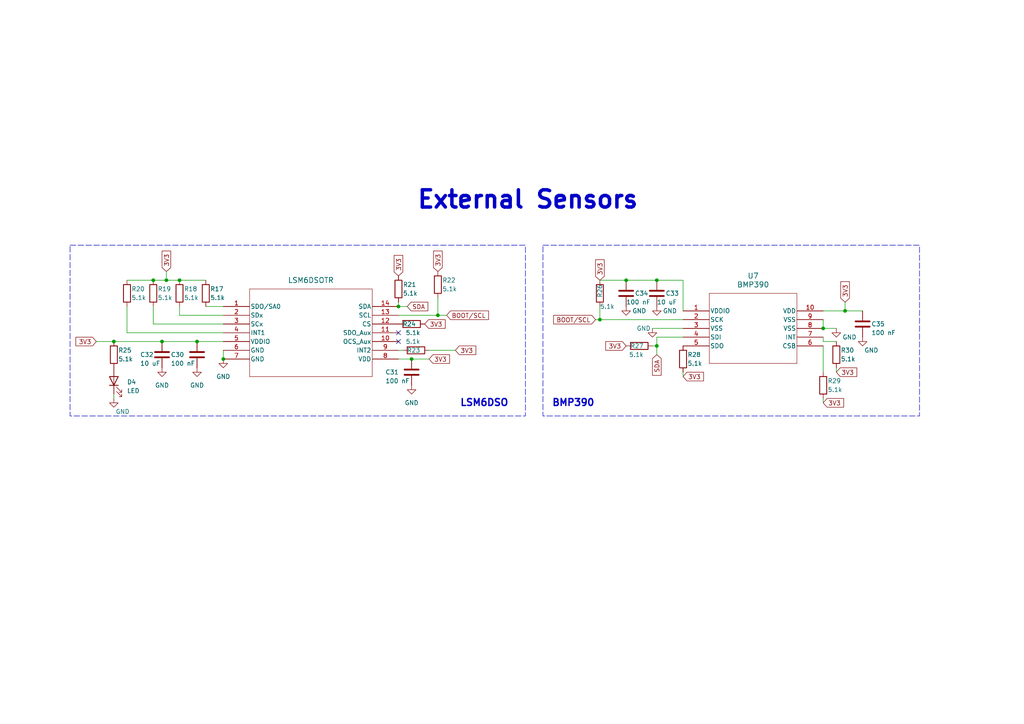
<source format=kicad_sch>
(kicad_sch (version 20230121) (generator eeschema)
  (paper "A4")
  (lib_symbols
    (symbol "BMP390_Symbol_Library:BMP390" (pin_names (offset 0.254))
      (property "Reference" "U" (at 20.32 10.16 0))
      (property "Value" "BMP390" (at 20.32 7.62 0))
      (symbol "BMP390_0_1"
        (polyline (pts (xy 7.62 -15.24) (xy 33.02 -15.24)) (stroke (width 0.127)))
        (polyline (pts (xy 7.62 5.08) (xy 7.62 -15.24)) (stroke (width 0.127)))
        (polyline (pts (xy 33.02 -15.24) (xy 33.02 5.08)) (stroke (width 0.127)))
        (polyline (pts (xy 33.02 5.08) (xy 7.62 5.08)) (stroke (width 0.127)))
        (pin power_in line (at 0 0 0) (length 7.62) (name "VDDIO") (number "1"))
        (pin power_in line (at 40.64 0 180) (length 7.62) (name "VDD") (number "10"))
        (pin input line (at 0 -2.54 0) (length 7.62) (name "SCK") (number "2"))
        (pin power_out line (at 0 -5.08 0) (length 7.62) (name "VSS") (number "3"))
        (pin bidirectional line (at 0 -7.62 0) (length 7.62) (name "SDI") (number "4"))
        (pin bidirectional line (at 0 -10.16 0) (length 7.62) (name "SDO") (number "5"))
        (pin input line (at 40.64 -10.16 180) (length 7.62) (name "CSB") (number "6"))
        (pin input line (at 40.64 -7.62 180) (length 7.62) (name "INT") (number "7"))
        (pin power_out line (at 40.64 -5.08 180) (length 7.62) (name "VSS") (number "8"))
        (pin power_out line (at 40.64 -2.54 180) (length 7.62) (name "VSS") (number "9"))
      )
    )
    (symbol "BMP390_Symbol_Library:LSM6DSOTR" (pin_names (offset 0.254))
      (property "Value" "LSM6DSOTR" (at 26.67 6.35 0))
      (symbol "LSM6DSOTR_0_1"
        (polyline (pts (xy 7.62 -20.32) (xy 43.18 -20.32)) (stroke (width 0.127)))
        (polyline (pts (xy 7.62 5.08) (xy 7.62 -20.32)) (stroke (width 0.127)))
        (polyline (pts (xy 43.18 -20.32) (xy 43.18 5.08)) (stroke (width 0.127)))
        (polyline (pts (xy 43.18 5.08) (xy 7.62 5.08)) (stroke (width 0.127)))
        (pin bidirectional line (at 0 0 0) (length 7.62) (name "SDO/SA0") (number "1"))
        (pin bidirectional line (at 50.8 -10.16 180) (length 7.62) (name "OCS_Aux") (number "10"))
        (pin bidirectional line (at 50.8 -7.62 180) (length 7.62) (name "SDO_Aux") (number "11"))
        (pin input line (at 50.8 -5.08 180) (length 7.62) (name "CS") (number "12"))
        (pin input line (at 50.8 -2.54 180) (length 7.62) (name "SCL") (number "13"))
        (pin bidirectional line (at 50.8 0 180) (length 7.62) (name "SDA") (number "14"))
        (pin bidirectional line (at 0 -2.54 0) (length 7.62) (name "SDx") (number "2"))
        (pin bidirectional line (at 0 -5.08 0) (length 7.62) (name "SCx") (number "3"))
        (pin output line (at 0 -7.62 0) (length 7.62) (name "INT1") (number "4"))
        (pin power_in line (at 0 -10.16 0) (length 7.62) (name "VDDIO") (number "5"))
        (pin power_out line (at 0 -12.7 0) (length 7.62) (name "GND") (number "6"))
        (pin power_out line (at 0 -15.24 0) (length 7.62) (name "GND") (number "7"))
        (pin power_in line (at 50.8 -15.24 180) (length 7.62) (name "VDD") (number "8"))
        (pin output line (at 50.8 -12.7 180) (length 7.62) (name "INT2") (number "9"))
      )
    )
    (symbol "Device:C" (pin_numbers hide) (pin_names (offset 0.254))
      (property "Reference" "C" (at 0.635 2.54 0))
      (property "Value" "C" (at 0.635 -2.54 0))
      (symbol "C_0_1"
        (polyline (pts (xy -2.032 -0.762) (xy 2.032 -0.762)) (stroke (width 0.508)))
        (polyline (pts (xy -2.032 0.762) (xy 2.032 0.762)) (stroke (width 0.508)))
      )
      (symbol "C_1_1"
        (pin passive line (at 0 3.81 270) (length 2.794) (name "~") (number "1"))
        (pin passive line (at 0 -3.81 90) (length 2.794) (name "~") (number "2"))
      )
    )
    (symbol "Device:LED" (pin_numbers hide) (pin_names (offset 1.016) hide)
      (property "Reference" "D" (at 0 2.54 0))
      (property "Value" "LED" (at 0 -2.54 0))
      (symbol "LED_0_1"
        (polyline (pts (xy -1.27 -1.27) (xy -1.27 1.27)) (stroke (width 0.254)))
        (polyline (pts (xy -1.27 0) (xy 1.27 0)))
        (polyline (pts (xy 1.27 -1.27) (xy 1.27 1.27) (xy -1.27 0) (xy 1.27 -1.27)) (stroke (width 0.254)))
        (polyline (pts (xy -3.048 -0.762) (xy -4.572 -2.286) (xy -3.81 -2.286) (xy -4.572 -2.286) (xy -4.572 -1.524)))
        (polyline (pts (xy -1.778 -0.762) (xy -3.302 -2.286) (xy -2.54 -2.286) (xy -3.302 -2.286) (xy -3.302 -1.524)))
      )
      (symbol "LED_1_1"
        (pin passive line (at -3.81 0 0) (length 2.54) (name "K") (number "1"))
        (pin passive line (at 3.81 0 180) (length 2.54) (name "A") (number "2"))
      )
    )
    (symbol "Device:R" (pin_numbers hide) (pin_names (offset 0))
      (property "Reference" "R" (at 2.032 0 90))
      (property "Value" "R" (at 0 0 90))
      (symbol "R_0_1"
        (rectangle (start -1.016 -2.54) (end 1.016 2.54) (stroke (width 0.254)))
      )
      (symbol "R_1_1"
        (pin passive line (at 0 3.81 270) (length 1.27) (name "~") (number "1"))
        (pin passive line (at 0 -3.81 90) (length 1.27) (name "~") (number "2"))
      )
    )
    (symbol "power:GND" (power) (pin_names (offset 0))
      (property "Value" "GND" (at 0 -3.81 0))
      (symbol "GND_0_1"
        (polyline (pts (xy 0 0) (xy 0 -1.27) (xy 1.27 -1.27) (xy 0 -2.54) (xy -1.27 -1.27) (xy 0 -1.27)))
      )
      (symbol "GND_1_1"
        (pin power_in line (at 0 0 270) (length 0) hide (name "GND") (number "1"))
      )
    )
  )
  (junction (at 48.26 81.28))
  (junction (at 46.99 99.06))
  (junction (at 44.45 81.28))
  (junction (at 33.02 99.06))
  (junction (at 119.38 104.14))
  (junction (at 64.77 104.14))
  (junction (at 238.76 95.25))
  (junction (at 57.15 99.06))
  (junction (at 127 91.44))
  (junction (at 190.5 81.28))
  (junction (at 173.99 92.71))
  (junction (at 52.07 81.28))
  (junction (at 190.5 100.33))
  (junction (at 245.11 90.17))
  (junction (at 181.61 81.28))
  (junction (at 115.57 88.9))
  (no_connect (at 115.57 96.52))
  (no_connect (at 115.57 99.06))
  (wire (pts (xy 198.12 90.17) (xy 198.12 81.28)))
  (wire (pts (xy 238.76 100.33) (xy 238.76 107.95)))
  (wire (pts (xy 238.76 92.71) (xy 238.76 95.25)))
  (wire (pts (xy 173.99 81.28) (xy 181.61 81.28)))
  (wire (pts (xy 115.57 87.63) (xy 115.57 88.9)))
  (wire (pts (xy 48.26 81.28) (xy 52.07 81.28)))
  (wire (pts (xy 64.77 96.52) (xy 36.83 96.52)))
  (wire (pts (xy 245.11 87.63) (xy 245.11 90.17)))
  (wire (pts (xy 190.5 81.28) (xy 198.12 81.28)))
  (wire (pts (xy 57.15 99.06) (xy 64.77 99.06)))
  (wire (pts (xy 238.76 99.06) (xy 238.76 97.79)))
  (wire (pts (xy 46.99 99.06) (xy 57.15 99.06)))
  (wire (pts (xy 64.77 91.44) (xy 52.07 91.44)))
  (wire (pts (xy 119.38 104.14) (xy 124.46 104.14)))
  (wire (pts (xy 172.72 92.71) (xy 173.99 92.71)))
  (wire (pts (xy 198.12 97.79) (xy 190.5 97.79)))
  (wire (pts (xy 173.99 88.9) (xy 173.99 92.71)))
  (wire (pts (xy 52.07 81.28) (xy 59.69 81.28)))
  (wire (pts (xy 198.12 107.95) (xy 198.12 109.22)))
  (wire (pts (xy 124.46 101.6) (xy 132.08 101.6)))
  (wire (pts (xy 36.83 81.28) (xy 44.45 81.28)))
  (wire (pts (xy 44.45 81.28) (xy 48.26 81.28)))
  (wire (pts (xy 238.76 90.17) (xy 245.11 90.17)))
  (wire (pts (xy 115.57 91.44) (xy 127 91.44)))
  (wire (pts (xy 242.57 99.06) (xy 238.76 99.06)))
  (wire (pts (xy 173.99 92.71) (xy 198.12 92.71)))
  (wire (pts (xy 189.23 95.25) (xy 198.12 95.25)))
  (wire (pts (xy 64.77 101.6) (xy 64.77 104.14)))
  (wire (pts (xy 33.02 99.06) (xy 46.99 99.06)))
  (wire (pts (xy 33.02 115.57) (xy 33.02 114.3)))
  (wire (pts (xy 242.57 95.25) (xy 238.76 95.25)))
  (wire (pts (xy 44.45 93.98) (xy 44.45 88.9)))
  (wire (pts (xy 190.5 97.79) (xy 190.5 100.33)))
  (wire (pts (xy 242.57 106.68) (xy 242.57 107.95)))
  (wire (pts (xy 115.57 101.6) (xy 116.84 101.6)))
  (wire (pts (xy 181.61 81.28) (xy 190.5 81.28)))
  (wire (pts (xy 64.77 93.98) (xy 44.45 93.98)))
  (wire (pts (xy 245.11 90.17) (xy 250.19 90.17)))
  (wire (pts (xy 64.77 88.9) (xy 59.69 88.9)))
  (wire (pts (xy 127 91.44) (xy 127 86.36)))
  (wire (pts (xy 115.57 104.14) (xy 119.38 104.14)))
  (wire (pts (xy 36.83 96.52) (xy 36.83 88.9)))
  (wire (pts (xy 27.94 99.06) (xy 33.02 99.06)))
  (wire (pts (xy 48.26 78.74) (xy 48.26 81.28)))
  (wire (pts (xy 190.5 100.33) (xy 190.5 102.87)))
  (wire (pts (xy 115.57 88.9) (xy 118.11 88.9)))
  (wire (pts (xy 127 91.44) (xy 129.54 91.44)))
  (wire (pts (xy 238.76 115.57) (xy 238.76 116.84)))
  (wire (pts (xy 190.5 100.33) (xy 189.23 100.33)))
  (wire (pts (xy 52.07 91.44) (xy 52.07 88.9)))
  (rectangle (start 20.32 71.12) (end 152.4 120.65) (stroke (width 0) (type dash)))
  (rectangle (start 157.48 71.12) (end 266.7 120.65) (stroke (width 0) (type dash)))
  (text "BMP390" (at 160.02 118.11 0) (effects (font (size 2 2) (thickness 0.4) bold) (justify left bottom)))
  (text "LSM6DSO\n" (at 133.35 118.11 0) (effects (font (size 2 2) (thickness 0.4) bold) (justify left bottom)))
  (text "External Sensors" (at 120.65 60.96 0) (effects (font (size 5 5) bold) (justify left bottom)))
  (global_label "3V3" (shape input) (at 27.94 99.06 180) (property "Intersheetrefs" "${INTERSHEET_REFS}" (effects hide)))
  (global_label "3V3" (shape input) (at 242.57 107.95 0) (property "Intersheetrefs" "${INTERSHEET_REFS}" (effects hide)))
  (global_label "SDA" (shape input) (at 190.5 102.87 270) (property "Intersheetrefs" "${INTERSHEET_REFS}" (effects hide)))
  (global_label "3V3" (shape input) (at 198.12 109.22 0) (property "Intersheetrefs" "${INTERSHEET_REFS}" (effects hide)))
  (global_label "3V3" (shape input) (at 173.99 81.28 90) (property "Intersheetrefs" "${INTERSHEET_REFS}" (effects hide)))
  (global_label "SDA" (shape input) (at 118.11 88.9 0) (property "Intersheetrefs" "${INTERSHEET_REFS}" (effects hide)))
  (global_label "3V3" (shape input) (at 115.57 80.01 90) (property "Intersheetrefs" "${INTERSHEET_REFS}" (effects hide)))
  (global_label "3V3" (shape input) (at 123.19 93.98 0) (property "Intersheetrefs" "${INTERSHEET_REFS}" (effects hide)))
  (global_label "3V3" (shape input) (at 48.26 78.74 90) (property "Intersheetrefs" "${INTERSHEET_REFS}" (effects hide)))
  (global_label "3V3" (shape input) (at 181.61 100.33 180) (property "Intersheetrefs" "${INTERSHEET_REFS}" (effects hide)))
  (global_label "3V3" (shape input) (at 127 78.74 90) (property "Intersheetrefs" "${INTERSHEET_REFS}" (effects hide)))
  (global_label "3V3" (shape input) (at 132.08 101.6 0) (property "Intersheetrefs" "${INTERSHEET_REFS}" (effects hide)))
  (global_label "BOOT{slash}SCL" (shape input) (at 172.72 92.71 180) (property "Intersheetrefs" "${INTERSHEET_REFS}" (effects hide)))
  (global_label "3V3" (shape input) (at 124.46 104.14 0) (property "Intersheetrefs" "${INTERSHEET_REFS}" (effects hide)))
  (global_label "3V3" (shape input) (at 245.11 87.63 90) (property "Intersheetrefs" "${INTERSHEET_REFS}" (effects hide)))
  (global_label "3V3" (shape input) (at 238.76 116.84 0) (property "Intersheetrefs" "${INTERSHEET_REFS}" (effects hide)))
  (global_label "BOOT{slash}SCL" (shape input) (at 129.54 91.44 0) (property "Intersheetrefs" "${INTERSHEET_REFS}" (effects hide)))
  (symbol (lib_id "BMP390_Symbol_Library:BMP390") (at 198.12 90.17 0) (unit 1)
    (property "Reference" "U7" (at 218.44 80.01 0) (effects (font (size 1.524 1.524))))
    (property "Value" "BMP390" (at 218.44 82.55 0) (effects (font (size 1.524 1.524))))
    (property "Footprint" "BMP390_Library:BMP390" (effects hide))
    (property "Datasheet" "BMP390" (effects hide))
  )
  (symbol (lib_id "Device:R") (at 33.02 102.87 0) (unit 1)
    (property "Reference" "R25" (at 34.29 101.6 0) (effects (justify left)))
    (property "Value" "5.1k" (at 34.29 104.14 0) (effects (justify left)))
    (property "Footprint" "Resistor_SMD:R_0603_1608Metric_Pad0.98x0.95mm_HandSolder" (effects hide))
  )
  (symbol (lib_id "Device:R") (at 119.38 93.98 90) (unit 1)
    (property "Reference" "R24" (at 120.65 93.98 90) (effects (justify left)))
    (property "Value" "5.1k" (at 121.92 96.52 90) (effects (justify left)))
    (property "Footprint" "Resistor_SMD:R_0603_1608Metric_Pad0.98x0.95mm_HandSolder" (effects hide))
  )
  (symbol (lib_id "Device:R") (at 238.76 111.76 0) (unit 1)
    (property "Reference" "R29" (at 240.03 110.49 0) (effects (justify left)))
    (property "Value" "5.1k" (at 240.03 113.03 0) (effects (justify left)))
    (property "Footprint" "Resistor_SMD:R_0603_1608Metric_Pad0.98x0.95mm_HandSolder" (effects hide))
  )
  (symbol (lib_id "Device:R") (at 115.57 83.82 0) (unit 1)
    (property "Reference" "R21" (at 116.84 82.55 0) (effects (justify left)))
    (property "Value" "5.1k" (at 116.84 85.09 0) (effects (justify left)))
    (property "Footprint" "Resistor_SMD:R_0603_1608Metric_Pad0.98x0.95mm_HandSolder" (effects hide))
  )
  (symbol (lib_id "Device:C") (at 250.19 93.98 0) (unit 1)
    (property "Reference" "C35" (at 252.73 93.98 0) (effects (justify left)))
    (property "Value" "100 nF" (at 252.73 96.52 0) (effects (justify left)))
    (property "Footprint" "Capacitor_SMD:C_0603_1608Metric_Pad1.08x0.95mm_HandSolder" (effects hide))
  )
  (symbol (lib_id "BMP390_Symbol_Library:LSM6DSOTR") (at 64.77 88.9 0) (unit 1)
    (property "Reference" "U6" (effects hide))
    (property "Value" "LSM6DSOTR" (at 90.17 81.28 0) (effects (font (size 1.524 1.524))))
    (property "Footprint" "BMP390_Library:LSM6DSOTR" (effects hide))
    (property "Datasheet" "LSM6DSOTR" (effects hide))
  )
  (symbol (lib_id "Device:R") (at 59.69 85.09 0) (unit 1)
    (property "Reference" "R17" (at 60.96 83.82 0) (effects (justify left)))
    (property "Value" "5.1k" (at 60.96 86.36 0) (effects (justify left)))
    (property "Footprint" "Resistor_SMD:R_0603_1608Metric_Pad0.98x0.95mm_HandSolder" (effects hide))
  )
  (symbol (lib_id "Device:R") (at 44.45 85.09 0) (unit 1)
    (property "Reference" "R19" (at 45.72 83.82 0) (effects (justify left)))
    (property "Value" "5.1k" (at 45.72 86.36 0) (effects (justify left)))
    (property "Footprint" "Resistor_SMD:R_0603_1608Metric_Pad0.98x0.95mm_HandSolder" (effects hide))
  )
  (symbol (lib_id "power:GND") (at 57.15 106.68 0) (unit 1)
    (property "Reference" "#PWR040" (effects hide))
    (property "Value" "GND" (at 57.15 111.76 0))
  )
  (symbol (lib_id "Device:R") (at 242.57 102.87 0) (unit 1)
    (property "Reference" "R30" (at 243.84 101.6 0) (effects (justify left)))
    (property "Value" "5.1k" (at 243.84 104.14 0) (effects (justify left)))
    (property "Footprint" "Resistor_SMD:R_0603_1608Metric_Pad0.98x0.95mm_HandSolder" (effects hide))
  )
  (symbol (lib_id "power:GND") (at 242.57 95.25 0) (unit 1)
    (property "Reference" "#PWR044" (effects hide))
    (property "Value" "GND" (at 246.38 97.79 0))
  )
  (symbol (lib_id "Device:C") (at 181.61 85.09 0) (unit 1)
    (property "Reference" "C34" (at 184.15 85.09 0) (effects (justify left)))
    (property "Value" "10 uF" (at 190.5 87.63 0) (effects (justify left)))
    (property "Footprint" "Capacitor_SMD:C_0603_1608Metric_Pad1.08x0.95mm_HandSolder" (effects hide))
  )
  (symbol (lib_id "power:GND") (at 64.77 104.14 0) (unit 1)
    (property "Reference" "#PWR038" (effects hide))
    (property "Value" "GND" (at 64.77 109.22 0))
  )
  (symbol (lib_id "power:GND") (at 189.23 95.25 0) (unit 1)
    (property "Reference" "#PWR046" (effects hide))
    (property "Value" "GND" (at 186.69 95.25 0))
  )
  (symbol (lib_id "power:GND") (at 250.19 97.79 0) (unit 1)
    (property "Reference" "#PWR045" (effects hide))
    (property "Value" "GND" (at 252.73 101.6 0))
  )
  (symbol (lib_id "Device:R") (at 198.12 104.14 0) (unit 1)
    (property "Reference" "R28" (at 199.39 102.87 0) (effects (justify left)))
    (property "Value" "5.1k" (at 199.39 105.41 0) (effects (justify left)))
    (property "Footprint" "Resistor_SMD:R_0603_1608Metric_Pad0.98x0.95mm_HandSolder" (effects hide))
  )
  (symbol (lib_id "power:GND") (at 190.5 88.9 0) (unit 1)
    (property "Reference" "#PWR048" (effects hide))
    (property "Value" "GND" (at 194.31 90.17 0))
  )
  (symbol (lib_id "Device:LED") (at 33.02 110.49 90) (unit 1)
    (property "Reference" "D4" (at 36.83 110.8075 90) (effects (justify right)))
    (property "Value" "LED" (at 36.83 113.3475 90) (effects (justify right)))
    (property "Footprint" "LED_SMD:LED_0603_1608Metric_Pad1.05x0.95mm_HandSolder" (effects hide))
  )
  (symbol (lib_id "Device:R") (at 185.42 100.33 90) (unit 1)
    (property "Reference" "R27" (at 186.69 100.33 90) (effects (justify left)))
    (property "Value" "5.1k" (at 186.69 102.87 90) (effects (justify left)))
    (property "Footprint" "Resistor_SMD:R_0603_1608Metric_Pad0.98x0.95mm_HandSolder" (effects hide))
  )
  (symbol (lib_id "power:GND") (at 119.38 111.76 0) (unit 1)
    (property "Reference" "#PWR041" (effects hide))
    (property "Value" "GND" (at 119.38 116.84 0))
  )
  (symbol (lib_id "Device:C") (at 46.99 102.87 0) (unit 1)
    (property "Reference" "C32" (at 40.64 102.87 0) (effects (justify left)))
    (property "Value" "10 uF" (at 40.64 105.41 0) (effects (justify left)))
    (property "Footprint" "Capacitor_SMD:C_0603_1608Metric_Pad1.08x0.95mm_HandSolder" (effects hide))
  )
  (symbol (lib_id "power:GND") (at 33.02 115.57 0) (unit 1)
    (property "Reference" "#PWR042" (effects hide))
    (property "Value" "GND" (at 35.56 119.38 0))
  )
  (symbol (lib_id "Device:R") (at 127 82.55 0) (unit 1)
    (property "Reference" "R22" (at 128.27 81.28 0) (effects (justify left)))
    (property "Value" "5.1k" (at 128.27 83.82 0) (effects (justify left)))
    (property "Footprint" "Resistor_SMD:R_0603_1608Metric_Pad0.98x0.95mm_HandSolder" (effects hide))
  )
  (symbol (lib_id "Device:C") (at 119.38 107.95 0) (unit 1)
    (property "Reference" "C31" (at 111.76 107.95 0) (effects (justify left)))
    (property "Value" "100 nF" (at 111.76 110.49 0) (effects (justify left)))
    (property "Footprint" "Capacitor_SMD:C_0603_1608Metric_Pad1.08x0.95mm_HandSolder" (effects hide))
  )
  (symbol (lib_id "power:GND") (at 46.99 106.68 0) (unit 1)
    (property "Reference" "#PWR043" (effects hide))
    (property "Value" "GND" (at 46.99 111.76 0))
  )
  (symbol (lib_id "Device:R") (at 52.07 85.09 0) (unit 1)
    (property "Reference" "R18" (at 53.34 83.82 0) (effects (justify left)))
    (property "Value" "5.1k" (at 53.34 86.36 0) (effects (justify left)))
    (property "Footprint" "Resistor_SMD:R_0603_1608Metric_Pad0.98x0.95mm_HandSolder" (effects hide))
  )
  (symbol (lib_id "Device:C") (at 190.5 85.09 0) (unit 1)
    (property "Reference" "C33" (at 193.04 85.09 0) (effects (justify left)))
    (property "Value" "100 nF" (at 181.61 87.63 0) (effects (justify left)))
    (property "Footprint" "Capacitor_SMD:C_0603_1608Metric_Pad1.08x0.95mm_HandSolder" (effects hide))
  )
  (symbol (lib_id "Device:R") (at 120.65 101.6 90) (unit 1)
    (property "Reference" "R23" (at 121.92 101.6 90) (effects (justify left)))
    (property "Value" "5.1k" (at 121.92 99.06 90) (effects (justify left)))
    (property "Footprint" "Resistor_SMD:R_0603_1608Metric_Pad0.98x0.95mm_HandSolder" (effects hide))
  )
  (symbol (lib_id "Device:C") (at 57.15 102.87 0) (unit 1)
    (property "Reference" "C30" (at 49.53 102.87 0) (effects (justify left)))
    (property "Value" "100 nF" (at 49.53 105.41 0) (effects (justify left)))
    (property "Footprint" "Capacitor_SMD:C_0603_1608Metric_Pad1.08x0.95mm_HandSolder" (effects hide))
  )
  (symbol (lib_id "Device:R") (at 36.83 85.09 0) (unit 1)
    (property "Reference" "R20" (at 38.1 83.82 0) (effects (justify left)))
    (property "Value" "5.1k" (at 38.1 86.36 0) (effects (justify left)))
    (property "Footprint" "Resistor_SMD:R_0603_1608Metric_Pad0.98x0.95mm_HandSolder" (effects hide))
  )
  (symbol (lib_id "Device:R") (at 173.99 85.09 0) (unit 1)
    (property "Reference" "R26" (at 173.99 86.36 90) (effects (justify left)))
    (property "Value" "5.1k" (at 173.99 88.9 0) (effects (justify left)))
    (property "Footprint" "Resistor_SMD:R_0603_1608Metric_Pad0.98x0.95mm_HandSolder" (effects hide))
  )
  (symbol (lib_id "power:GND") (at 181.61 88.9 0) (unit 1)
    (property "Reference" "#PWR047" (effects hide))
    (property "Value" "GND" (at 185.42 90.17 0))
  )
)
</source>
